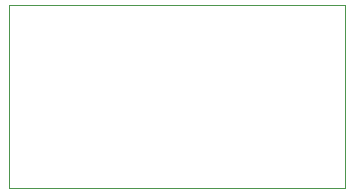
<source format=gbr>
%TF.GenerationSoftware,KiCad,Pcbnew,(5.1.9)-1*%
%TF.CreationDate,2021-02-04T07:59:36-05:00*%
%TF.ProjectId,NerdConsole_BreadBoard_VertMonitor8,4e657264-436f-46e7-936f-6c655f427265,rev?*%
%TF.SameCoordinates,Original*%
%TF.FileFunction,Profile,NP*%
%FSLAX46Y46*%
G04 Gerber Fmt 4.6, Leading zero omitted, Abs format (unit mm)*
G04 Created by KiCad (PCBNEW (5.1.9)-1) date 2021-02-04 07:59:36*
%MOMM*%
%LPD*%
G01*
G04 APERTURE LIST*
%TA.AperFunction,Profile*%
%ADD10C,0.050000*%
%TD*%
G04 APERTURE END LIST*
D10*
X157500000Y-88750000D02*
X129000000Y-88750000D01*
X157500000Y-73250000D02*
X157500000Y-88750000D01*
X129000000Y-73250000D02*
X157500000Y-73250000D01*
X129000000Y-88750000D02*
X129000000Y-73250000D01*
M02*

</source>
